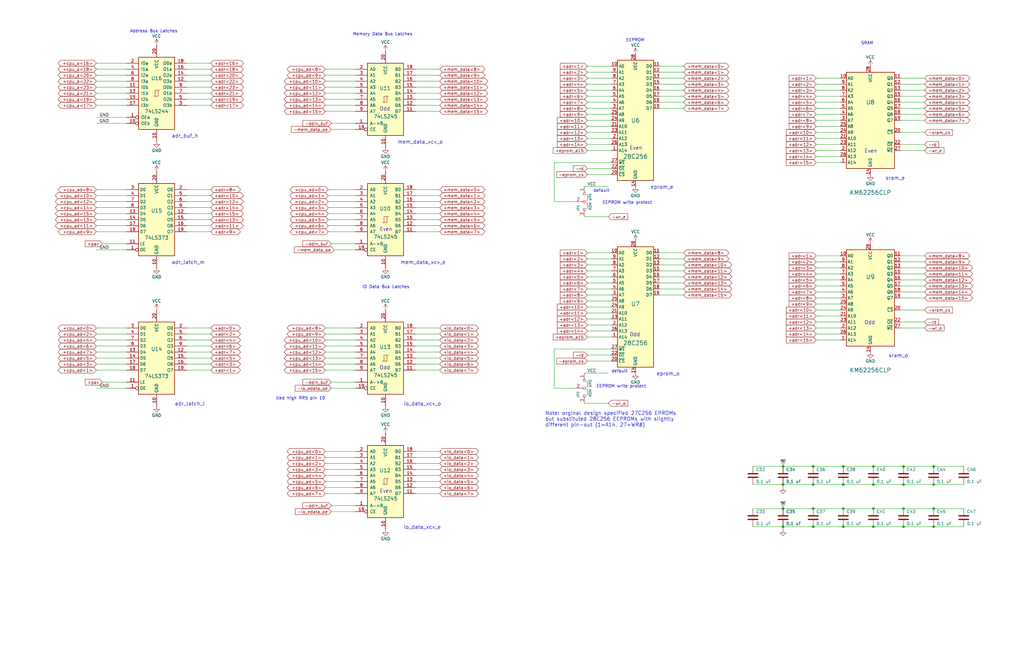
<source format=kicad_sch>
(kicad_sch (version 20211123) (generator eeschema)
  (paper "B")
  (title_block (date "4 feb 2016"))
  (lib_symbols
    (symbol "74xx:74LS244" (pin_names (offset 1.016))
      (property "Reference" "U" (at -7.62 16.51 0))
      (property "Value" "74LS244" (at -7.62 -16.51 0))
      (symbol "74LS244_1_0"
        (pin input inverted (at -12.7 -10.16 0) (length 5.08) (name "OEa") (number "1"))
        (pin power_in line (at 0 -20.32 90) (length 5.08) (name "GND") (number "10"))
        (pin input line (at -12.7 2.54 0) (length 5.08) (name "I0b") (number "11"))
        (pin tri_state line (at 12.7 5.08 180) (length 5.08) (name "O3a") (number "12"))
        (pin input line (at -12.7 0 0) (length 5.08) (name "I1b") (number "13"))
        (pin tri_state line (at 12.7 7.62 180) (length 5.08) (name "O2a") (number "14"))
        (pin input line (at -12.7 -2.54 0) (length 5.08) (name "I2b") (number "15"))
        (pin tri_state line (at 12.7 10.16 180) (length 5.08) (name "O1a") (number "16"))
        (pin input line (at -12.7 -5.08 0) (length 5.08) (name "I3b") (number "17"))
        (pin tri_state line (at 12.7 12.7 180) (length 5.08) (name "O0a") (number "18"))
        (pin input inverted (at -12.7 -12.7 0) (length 5.08) (name "OEb") (number "19"))
        (pin input line (at -12.7 12.7 0) (length 5.08) (name "I0a") (number "2"))
        (pin power_in line (at 0 20.32 270) (length 5.08) (name "VCC") (number "20"))
        (pin tri_state line (at 12.7 -5.08 180) (length 5.08) (name "O3b") (number "3"))
        (pin input line (at -12.7 10.16 0) (length 5.08) (name "I1a") (number "4"))
        (pin tri_state line (at 12.7 -2.54 180) (length 5.08) (name "O2b") (number "5"))
        (pin input line (at -12.7 7.62 0) (length 5.08) (name "I2a") (number "6"))
        (pin tri_state line (at 12.7 0 180) (length 5.08) (name "O1b") (number "7"))
        (pin input line (at -12.7 5.08 0) (length 5.08) (name "I3a") (number "8"))
        (pin tri_state line (at 12.7 2.54 180) (length 5.08) (name "O0b") (number "9"))
      )
    )
    (symbol "74xx:74LS245" (pin_names (offset 1.016))
      (property "Reference" "U" (at -7.62 16.51 0))
      (property "Value" "74LS245" (at -7.62 -16.51 0))
      (symbol "74LS245_1_0"
        (pin input line (at -12.7 -10.16 0) (length 5.08) (name "A->B") (number "1"))
        (pin power_in line (at 0 -20.32 90) (length 5.08) (name "GND") (number "10"))
        (pin tri_state line (at 12.7 -5.08 180) (length 5.08) (name "B7") (number "11"))
        (pin tri_state line (at 12.7 -2.54 180) (length 5.08) (name "B6") (number "12"))
        (pin tri_state line (at 12.7 0 180) (length 5.08) (name "B5") (number "13"))
        (pin tri_state line (at 12.7 2.54 180) (length 5.08) (name "B4") (number "14"))
        (pin tri_state line (at 12.7 5.08 180) (length 5.08) (name "B3") (number "15"))
        (pin tri_state line (at 12.7 7.62 180) (length 5.08) (name "B2") (number "16"))
        (pin tri_state line (at 12.7 10.16 180) (length 5.08) (name "B1") (number "17"))
        (pin tri_state line (at 12.7 12.7 180) (length 5.08) (name "B0") (number "18"))
        (pin input inverted (at -12.7 -12.7 0) (length 5.08) (name "CE") (number "19"))
        (pin tri_state line (at -12.7 12.7 0) (length 5.08) (name "A0") (number "2"))
        (pin power_in line (at 0 20.32 270) (length 5.08) (name "VCC") (number "20"))
        (pin tri_state line (at -12.7 10.16 0) (length 5.08) (name "A1") (number "3"))
        (pin tri_state line (at -12.7 7.62 0) (length 5.08) (name "A2") (number "4"))
        (pin tri_state line (at -12.7 5.08 0) (length 5.08) (name "A3") (number "5"))
        (pin tri_state line (at -12.7 2.54 0) (length 5.08) (name "A4") (number "6"))
        (pin tri_state line (at -12.7 0 0) (length 5.08) (name "A5") (number "7"))
        (pin tri_state line (at -12.7 -2.54 0) (length 5.08) (name "A6") (number "8"))
        (pin tri_state line (at -12.7 -5.08 0) (length 5.08) (name "A7") (number "9"))
      )
    )
    (symbol "74xx:74LS373"
      (property "Reference" "U" (at -7.62 16.51 0))
      (property "Value" "74LS373" (at -7.62 -16.51 0))
      (symbol "74LS373_1_0"
        (pin input inverted (at -12.7 -12.7 0) (length 5.08) (name "OE") (number "1"))
        (pin power_in line (at 0 -20.32 90) (length 5.08) (name "GND") (number "10"))
        (pin input line (at -12.7 -10.16 0) (length 5.08) (name "LE") (number "11"))
        (pin tri_state line (at 12.7 2.54 180) (length 5.08) (name "O4") (number "12"))
        (pin input line (at -12.7 2.54 0) (length 5.08) (name "D4") (number "13"))
        (pin input line (at -12.7 0 0) (length 5.08) (name "D5") (number "14"))
        (pin tri_state line (at 12.7 0 180) (length 5.08) (name "O5") (number "15"))
        (pin tri_state line (at 12.7 -2.54 180) (length 5.08) (name "O6") (number "16"))
        (pin input line (at -12.7 -2.54 0) (length 5.08) (name "D6") (number "17"))
        (pin input line (at -12.7 -5.08 0) (length 5.08) (name "D7") (number "18"))
        (pin tri_state line (at 12.7 -5.08 180) (length 5.08) (name "O7") (number "19"))
        (pin tri_state line (at 12.7 12.7 180) (length 5.08) (name "O0") (number "2"))
        (pin power_in line (at 0 20.32 270) (length 5.08) (name "VCC") (number "20"))
        (pin input line (at -12.7 12.7 0) (length 5.08) (name "D0") (number "3"))
        (pin input line (at -12.7 10.16 0) (length 5.08) (name "D1") (number "4"))
        (pin tri_state line (at 12.7 10.16 180) (length 5.08) (name "O1") (number "5"))
        (pin tri_state line (at 12.7 7.62 180) (length 5.08) (name "O2") (number "6"))
        (pin input line (at -12.7 7.62 0) (length 5.08) (name "D2") (number "7"))
        (pin input line (at -12.7 5.08 0) (length 5.08) (name "D3") (number "8"))
        (pin tri_state line (at 12.7 5.08 180) (length 5.08) (name "O3") (number "9"))
      )
    )
    (symbol "Device:C" (pin_numbers hide) (pin_names (offset 0.254))
      (property "Reference" "C" (at 0.635 2.54 0))
      (property "Value" "C" (at 0.635 -2.54 0))
      (symbol "C_1_1"
        (pin passive line (at 0 3.81 270) (length 2.794) (name "~") (number "1"))
        (pin passive line (at 0 -3.81 90) (length 2.794) (name "~") (number "2"))
      )
    )
    (symbol "Jumper:Jumper_3_Open" (pin_names (offset 0) hide)
      (property "Reference" "JP" (at -2.54 -2.54 0))
      (property "Value" "Jumper_3_Open" (at 0 2.794 0))
      (symbol "Jumper_3_Open_1_1"
        (pin passive line (at -6.35 0 0) (length 2.54) (name "A") (number "1"))
        (pin passive line (at 0 -3.81 90) (length 2.54) (name "C") (number "2"))
        (pin passive line (at 6.35 0 180) (length 2.54) (name "B") (number "3"))
      )
    )
    (symbol "Memory_EEPROM:28C256"
      (property "Reference" "U" (at -7.62 26.67 0))
      (property "Value" "28C256" (at 2.54 -26.67 0))
      (symbol "28C256_1_1"
        (pin input line (at -10.16 -12.7 0) (length 2.54) (name "A14") (number "1"))
        (pin input line (at -10.16 22.86 0) (length 2.54) (name "A0") (number "10"))
        (pin tri_state line (at 10.16 22.86 180) (length 2.54) (name "D0") (number "11"))
        (pin tri_state line (at 10.16 20.32 180) (length 2.54) (name "D1") (number "12"))
        (pin tri_state line (at 10.16 17.78 180) (length 2.54) (name "D2") (number "13"))
        (pin power_in line (at 0 -27.94 90) (length 2.54) (name "GND") (number "14"))
        (pin tri_state line (at 10.16 15.24 180) (length 2.54) (name "D3") (number "15"))
        (pin tri_state line (at 10.16 12.7 180) (length 2.54) (name "D4") (number "16"))
        (pin tri_state line (at 10.16 10.16 180) (length 2.54) (name "D5") (number "17"))
        (pin tri_state line (at 10.16 7.62 180) (length 2.54) (name "D6") (number "18"))
        (pin tri_state line (at 10.16 5.08 180) (length 2.54) (name "D7") (number "19"))
        (pin input line (at -10.16 -7.62 0) (length 2.54) (name "A12") (number "2"))
        (pin input line (at -10.16 -22.86 0) (length 2.54) (name "~{CS}") (number "20"))
        (pin input line (at -10.16 -2.54 0) (length 2.54) (name "A10") (number "21"))
        (pin input line (at -10.16 -20.32 0) (length 2.54) (name "~{OE}") (number "22"))
        (pin input line (at -10.16 -5.08 0) (length 2.54) (name "A11") (number "23"))
        (pin input line (at -10.16 0 0) (length 2.54) (name "A9") (number "24"))
        (pin input line (at -10.16 2.54 0) (length 2.54) (name "A8") (number "25"))
        (pin input line (at -10.16 -10.16 0) (length 2.54) (name "A13") (number "26"))
        (pin input line (at -10.16 -17.78 0) (length 2.54) (name "~{WE}") (number "27"))
        (pin power_in line (at 0 27.94 270) (length 2.54) (name "VCC") (number "28"))
        (pin input line (at -10.16 5.08 0) (length 2.54) (name "A7") (number "3"))
        (pin input line (at -10.16 7.62 0) (length 2.54) (name "A6") (number "4"))
        (pin input line (at -10.16 10.16 0) (length 2.54) (name "A5") (number "5"))
        (pin input line (at -10.16 12.7 0) (length 2.54) (name "A4") (number "6"))
        (pin input line (at -10.16 15.24 0) (length 2.54) (name "A3") (number "7"))
        (pin input line (at -10.16 17.78 0) (length 2.54) (name "A2") (number "8"))
        (pin input line (at -10.16 20.32 0) (length 2.54) (name "A1") (number "9"))
      )
    )
    (symbol "Memory_RAM:KM62256CLP"
      (property "Reference" "U" (at -10.16 20.955 0))
      (property "Value" "KM62256CLP" (at 2.54 20.955 0))
      (symbol "KM62256CLP_0_0"
        (pin power_in line (at 0 -22.86 90) (length 2.54) (name "GND") (number "14"))
        (pin power_in line (at 0 22.86 270) (length 2.54) (name "VCC") (number "28"))
      )
      (symbol "KM62256CLP_1_1"
        (pin input line (at -12.7 -17.78 0) (length 2.54) (name "A14") (number "1"))
        (pin input line (at -12.7 17.78 0) (length 2.54) (name "A0") (number "10"))
        (pin tri_state line (at 12.7 17.78 180) (length 2.54) (name "Q0") (number "11"))
        (pin tri_state line (at 12.7 15.24 180) (length 2.54) (name "Q1") (number "12"))
        (pin tri_state line (at 12.7 12.7 180) (length 2.54) (name "Q2") (number "13"))
        (pin tri_state line (at 12.7 10.16 180) (length 2.54) (name "Q3") (number "15"))
        (pin tri_state line (at 12.7 7.62 180) (length 2.54) (name "Q4") (number "16"))
        (pin tri_state line (at 12.7 5.08 180) (length 2.54) (name "Q5") (number "17"))
        (pin tri_state line (at 12.7 2.54 180) (length 2.54) (name "Q6") (number "18"))
        (pin tri_state line (at 12.7 0 180) (length 2.54) (name "Q7") (number "19"))
        (pin input line (at -12.7 -12.7 0) (length 2.54) (name "A12") (number "2"))
        (pin input line (at 12.7 -5.08 180) (length 2.54) (name "~{CS}") (number "20"))
        (pin input line (at -12.7 -7.62 0) (length 2.54) (name "A10") (number "21"))
        (pin input line (at 12.7 -10.16 180) (length 2.54) (name "~{OE}") (number "22"))
        (pin input line (at -12.7 -10.16 0) (length 2.54) (name "A11") (number "23"))
        (pin input line (at -12.7 -5.08 0) (length 2.54) (name "A9") (number "24"))
        (pin input line (at -12.7 -2.54 0) (length 2.54) (name "A8") (number "25"))
        (pin input line (at -12.7 -15.24 0) (length 2.54) (name "A13") (number "26"))
        (pin input line (at 12.7 -12.7 180) (length 2.54) (name "~{WE}") (number "27"))
        (pin input line (at -12.7 0 0) (length 2.54) (name "A7") (number "3"))
        (pin input line (at -12.7 2.54 0) (length 2.54) (name "A6") (number "4"))
        (pin input line (at -12.7 5.08 0) (length 2.54) (name "A5") (number "5"))
        (pin input line (at -12.7 7.62 0) (length 2.54) (name "A4") (number "6"))
        (pin input line (at -12.7 10.16 0) (length 2.54) (name "A3") (number "7"))
        (pin input line (at -12.7 12.7 0) (length 2.54) (name "A2") (number "8"))
        (pin input line (at -12.7 15.24 0) (length 2.54) (name "A1") (number "9"))
      )
    )
    (symbol "power:GND" (power) (pin_names (offset 0))
      (property "Value" "GND" (at 0 -3.81 0))
      (symbol "GND_1_1"
        (pin power_in line (at 0 0 270) (length 0) hide (name "GND") (number "1"))
      )
    )
    (symbol "power:VCC" (power) (pin_names (offset 0))
      (property "Value" "VCC" (at 0 3.81 0))
      (symbol "VCC_1_1"
        (pin power_in line (at 0 0 90) (length 0) hide (name "VCC") (number "1"))
      )
    )
  )
  (junction (at 393.7 214.63))
  (junction (at 342.9 204.47))
  (junction (at 355.6 222.25))
  (junction (at 393.7 222.25))
  (junction (at 330.2 204.47))
  (junction (at 381 204.47))
  (junction (at 368.3 196.85))
  (junction (at 393.7 204.47))
  (junction (at 355.6 204.47))
  (junction (at 342.9 222.25))
  (junction (at 381 214.63))
  (junction (at 330.2 222.25))
  (junction (at 330.2 196.85))
  (junction (at 381 222.25))
  (junction (at 355.6 214.63))
  (junction (at 381 196.85))
  (junction (at 368.3 214.63))
  (junction (at 368.3 204.47))
  (junction (at 355.6 196.85))
  (junction (at 342.9 196.85))
  (junction (at 393.7 196.85))
  (junction (at 330.2 214.63))
  (junction (at 342.9 214.63))
  (junction (at 368.3 222.25))
  (wire (pts (xy 381 222.25) (xy 393.7 222.25)))
  (wire (pts (xy 149.86 39.37) (xy 137.16 39.37)))
  (wire (pts (xy 379.73 130.81) (xy 389.89 130.81)))
  (wire (pts (xy 379.73 135.89) (xy 389.89 135.89)))
  (wire (pts (xy 354.33 43.18) (xy 344.17 43.18)))
  (wire (pts (xy 149.86 200.66) (xy 137.16 200.66)))
  (wire (pts (xy 330.2 196.85) (xy 342.9 196.85)))
  (wire (pts (xy 53.34 26.67) (xy 40.64 26.67)))
  (wire (pts (xy 257.81 129.54) (xy 247.65 129.54)))
  (wire (pts (xy 233.68 85.09) (xy 233.68 68.58)))
  (wire (pts (xy 257.81 58.42) (xy 247.65 58.42)))
  (wire (pts (xy 368.3 222.25) (xy 381 222.25)))
  (wire (pts (xy 175.26 208.28) (xy 185.42 208.28)))
  (wire (pts (xy 379.73 40.64) (xy 389.89 40.64)))
  (wire (pts (xy 78.74 92.71) (xy 88.9 92.71)))
  (wire (pts (xy 317.5 214.63) (xy 330.2 214.63)))
  (wire (pts (xy 354.33 110.49) (xy 344.17 110.49)))
  (wire (pts (xy 393.7 196.85) (xy 406.4 196.85)))
  (wire (pts (xy 53.34 105.41) (xy 40.64 105.41)))
  (wire (pts (xy 78.74 31.75) (xy 88.9 31.75)))
  (wire (pts (xy 342.9 214.63) (xy 355.6 214.63)))
  (wire (pts (xy 278.13 119.38) (xy 288.29 119.38)))
  (wire (pts (xy 149.86 203.2) (xy 137.16 203.2)))
  (wire (pts (xy 330.2 205.74) (xy 330.2 204.47)))
  (wire (pts (xy 53.34 34.29) (xy 40.64 34.29)))
  (wire (pts (xy 257.81 55.88) (xy 247.65 55.88)))
  (wire (pts (xy 354.33 133.35) (xy 344.17 133.35)))
  (wire (pts (xy 149.86 140.97) (xy 137.16 140.97)))
  (wire (pts (xy 78.74 82.55) (xy 88.9 82.55)))
  (wire (pts (xy 78.74 90.17) (xy 88.9 90.17)))
  (wire (pts (xy 53.34 44.45) (xy 40.64 44.45)))
  (wire (pts (xy 78.74 80.01) (xy 88.9 80.01)))
  (wire (pts (xy 368.3 196.85) (xy 381 196.85)))
  (wire (pts (xy 246.38 78.74) (xy 256.54 78.74)))
  (wire (pts (xy 149.86 29.21) (xy 137.16 29.21)))
  (wire (pts (xy 354.33 63.5) (xy 344.17 63.5)))
  (wire (pts (xy 78.74 95.25) (xy 88.9 95.25)))
  (wire (pts (xy 78.74 146.05) (xy 88.9 146.05)))
  (wire (pts (xy 257.81 53.34) (xy 247.65 53.34)))
  (wire (pts (xy 233.68 147.32) (xy 257.81 147.32)))
  (wire (pts (xy 233.68 163.83) (xy 233.68 147.32)))
  (wire (pts (xy 53.34 36.83) (xy 40.64 36.83)))
  (wire (pts (xy 257.81 139.7) (xy 247.65 139.7)))
  (wire (pts (xy 175.26 34.29) (xy 185.42 34.29)))
  (wire (pts (xy 355.6 222.25) (xy 368.3 222.25)))
  (wire (pts (xy 379.73 123.19) (xy 389.89 123.19)))
  (wire (pts (xy 257.81 43.18) (xy 247.65 43.18)))
  (wire (pts (xy 149.86 156.21) (xy 137.16 156.21)))
  (wire (pts (xy 175.26 138.43) (xy 185.42 138.43)))
  (wire (pts (xy 53.34 97.79) (xy 40.64 97.79)))
  (wire (pts (xy 78.74 85.09) (xy 88.9 85.09)))
  (wire (pts (xy 278.13 30.48) (xy 288.29 30.48)))
  (wire (pts (xy 354.33 115.57) (xy 344.17 115.57)))
  (wire (pts (xy 379.73 118.11) (xy 389.89 118.11)))
  (wire (pts (xy 381 196.85) (xy 393.7 196.85)))
  (wire (pts (xy 175.26 148.59) (xy 185.42 148.59)))
  (wire (pts (xy 246.38 157.48) (xy 256.54 157.48)))
  (wire (pts (xy 140.97 105.41) (xy 149.86 105.41)))
  (wire (pts (xy 175.26 90.17) (xy 185.42 90.17)))
  (wire (pts (xy 257.81 152.4) (xy 247.65 152.4)))
  (wire (pts (xy 342.9 204.47) (xy 355.6 204.47)))
  (wire (pts (xy 257.81 45.72) (xy 247.65 45.72)))
  (wire (pts (xy 138.43 80.01) (xy 149.86 80.01)))
  (wire (pts (xy 354.33 135.89) (xy 344.17 135.89)))
  (wire (pts (xy 175.26 200.66) (xy 185.42 200.66)))
  (wire (pts (xy 278.13 33.02) (xy 288.29 33.02)))
  (wire (pts (xy 175.26 80.01) (xy 185.42 80.01)))
  (wire (pts (xy 149.86 213.36) (xy 139.7 213.36)))
  (wire (pts (xy 149.86 143.51) (xy 137.16 143.51)))
  (wire (pts (xy 53.34 138.43) (xy 40.64 138.43)))
  (wire (pts (xy 379.73 55.88) (xy 389.89 55.88)))
  (wire (pts (xy 379.73 138.43) (xy 389.89 138.43)))
  (wire (pts (xy 53.34 80.01) (xy 40.64 80.01)))
  (wire (pts (xy 53.34 49.53) (xy 40.64 49.53)))
  (wire (pts (xy 138.43 97.79) (xy 149.86 97.79)))
  (wire (pts (xy 138.43 82.55) (xy 149.86 82.55)))
  (wire (pts (xy 257.81 106.68) (xy 247.65 106.68)))
  (wire (pts (xy 53.34 148.59) (xy 40.64 148.59)))
  (wire (pts (xy 53.34 161.29) (xy 43.18 161.29)))
  (wire (pts (xy 354.33 68.58) (xy 344.17 68.58)))
  (wire (pts (xy 53.34 92.71) (xy 40.64 92.71)))
  (wire (pts (xy 149.86 44.45) (xy 137.16 44.45)))
  (wire (pts (xy 379.73 38.1) (xy 389.89 38.1)))
  (wire (pts (xy 257.81 114.3) (xy 247.65 114.3)))
  (wire (pts (xy 53.34 95.25) (xy 40.64 95.25)))
  (wire (pts (xy 278.13 111.76) (xy 288.29 111.76)))
  (wire (pts (xy 368.3 204.47) (xy 381 204.47)))
  (wire (pts (xy 317.5 222.25) (xy 330.2 222.25)))
  (wire (pts (xy 53.34 146.05) (xy 40.64 146.05)))
  (wire (pts (xy 317.5 196.85) (xy 330.2 196.85)))
  (wire (pts (xy 53.34 102.87) (xy 43.18 102.87)))
  (wire (pts (xy 149.86 195.58) (xy 137.16 195.58)))
  (wire (pts (xy 257.81 60.96) (xy 247.65 60.96)))
  (wire (pts (xy 78.74 36.83) (xy 88.9 36.83)))
  (wire (pts (xy 175.26 31.75) (xy 185.42 31.75)))
  (wire (pts (xy 53.34 41.91) (xy 40.64 41.91)))
  (wire (pts (xy 354.33 66.04) (xy 344.17 66.04)))
  (wire (pts (xy 53.34 85.09) (xy 40.64 85.09)))
  (wire (pts (xy 355.6 204.47) (xy 368.3 204.47)))
  (wire (pts (xy 233.68 68.58) (xy 257.81 68.58)))
  (wire (pts (xy 379.73 115.57) (xy 389.89 115.57)))
  (wire (pts (xy 257.81 142.24) (xy 247.65 142.24)))
  (wire (pts (xy 175.26 193.04) (xy 185.42 193.04)))
  (wire (pts (xy 138.43 85.09) (xy 149.86 85.09)))
  (wire (pts (xy 149.86 190.5) (xy 137.16 190.5)))
  (wire (pts (xy 257.81 109.22) (xy 247.65 109.22)))
  (wire (pts (xy 175.26 195.58) (xy 185.42 195.58)))
  (wire (pts (xy 379.73 43.18) (xy 389.89 43.18)))
  (wire (pts (xy 175.26 82.55) (xy 185.42 82.55)))
  (wire (pts (xy 379.73 120.65) (xy 389.89 120.65)))
  (wire (pts (xy 342.9 196.85) (xy 355.6 196.85)))
  (wire (pts (xy 379.73 48.26) (xy 389.89 48.26)))
  (wire (pts (xy 175.26 153.67) (xy 185.42 153.67)))
  (wire (pts (xy 149.86 153.67) (xy 137.16 153.67)))
  (wire (pts (xy 78.74 41.91) (xy 88.9 41.91)))
  (wire (pts (xy 257.81 149.86) (xy 247.65 149.86)))
  (wire (pts (xy 330.2 222.25) (xy 342.9 222.25)))
  (wire (pts (xy 175.26 39.37) (xy 185.42 39.37)))
  (wire (pts (xy 330.2 214.63) (xy 342.9 214.63)))
  (wire (pts (xy 78.74 97.79) (xy 88.9 97.79)))
  (wire (pts (xy 138.43 87.63) (xy 149.86 87.63)))
  (wire (pts (xy 354.33 130.81) (xy 344.17 130.81)))
  (wire (pts (xy 379.73 35.56) (xy 389.89 35.56)))
  (wire (pts (xy 138.43 90.17) (xy 149.86 90.17)))
  (wire (pts (xy 78.74 140.97) (xy 88.9 140.97)))
  (wire (pts (xy 379.73 63.5) (xy 389.89 63.5)))
  (wire (pts (xy 368.3 214.63) (xy 381 214.63)))
  (wire (pts (xy 257.81 63.5) (xy 247.65 63.5)))
  (wire (pts (xy 175.26 146.05) (xy 185.42 146.05)))
  (wire (pts (xy 78.74 29.21) (xy 88.9 29.21)))
  (wire (pts (xy 175.26 97.79) (xy 185.42 97.79)))
  (wire (pts (xy 233.68 163.83) (xy 242.57 163.83)))
  (wire (pts (xy 379.73 50.8) (xy 389.89 50.8)))
  (wire (pts (xy 257.81 27.94) (xy 247.65 27.94)))
  (wire (pts (xy 53.34 31.75) (xy 40.64 31.75)))
  (wire (pts (xy 149.86 161.29) (xy 139.7 161.29)))
  (wire (pts (xy 278.13 121.92) (xy 288.29 121.92)))
  (wire (pts (xy 78.74 39.37) (xy 88.9 39.37)))
  (wire (pts (xy 354.33 53.34) (xy 344.17 53.34)))
  (wire (pts (xy 278.13 45.72) (xy 288.29 45.72)))
  (wire (pts (xy 278.13 27.94) (xy 288.29 27.94)))
  (wire (pts (xy 257.81 134.62) (xy 247.65 134.62)))
  (wire (pts (xy 257.81 119.38) (xy 247.65 119.38)))
  (wire (pts (xy 149.86 31.75) (xy 137.16 31.75)))
  (wire (pts (xy 175.26 190.5) (xy 185.42 190.5)))
  (wire (pts (xy 53.34 87.63) (xy 40.64 87.63)))
  (wire (pts (xy 354.33 143.51) (xy 344.17 143.51)))
  (wire (pts (xy 78.74 153.67) (xy 88.9 153.67)))
  (wire (pts (xy 78.74 26.67) (xy 88.9 26.67)))
  (wire (pts (xy 149.86 34.29) (xy 137.16 34.29)))
  (wire (pts (xy 317.5 204.47) (xy 330.2 204.47)))
  (wire (pts (xy 278.13 43.18) (xy 288.29 43.18)))
  (wire (pts (xy 149.86 52.07) (xy 139.7 52.07)))
  (wire (pts (xy 354.33 55.88) (xy 344.17 55.88)))
  (wire (pts (xy 381 204.47) (xy 393.7 204.47)))
  (wire (pts (xy 149.86 198.12) (xy 137.16 198.12)))
  (wire (pts (xy 78.74 143.51) (xy 88.9 143.51)))
  (wire (pts (xy 354.33 58.42) (xy 344.17 58.42)))
  (wire (pts (xy 354.33 38.1) (xy 344.17 38.1)))
  (wire (pts (xy 53.34 151.13) (xy 40.64 151.13)))
  (wire (pts (xy 175.26 143.51) (xy 185.42 143.51)))
  (wire (pts (xy 138.43 95.25) (xy 149.86 95.25)))
  (wire (pts (xy 53.34 153.67) (xy 40.64 153.67)))
  (wire (pts (xy 257.81 124.46) (xy 247.65 124.46)))
  (wire (pts (xy 53.34 90.17) (xy 40.64 90.17)))
  (wire (pts (xy 278.13 106.68) (xy 288.29 106.68)))
  (wire (pts (xy 379.73 33.02) (xy 389.89 33.02)))
  (wire (pts (xy 149.86 146.05) (xy 137.16 146.05)))
  (wire (pts (xy 175.26 92.71) (xy 185.42 92.71)))
  (wire (pts (xy 149.86 41.91) (xy 137.16 41.91)))
  (wire (pts (xy 379.73 125.73) (xy 389.89 125.73)))
  (wire (pts (xy 149.86 163.83) (xy 139.7 163.83)))
  (wire (pts (xy 175.26 198.12) (xy 185.42 198.12)))
  (wire (pts (xy 257.81 48.26) (xy 247.65 48.26)))
  (wire (pts (xy 149.86 151.13) (xy 137.16 151.13)))
  (wire (pts (xy 379.73 45.72) (xy 389.89 45.72)))
  (wire (pts (xy 175.26 29.21) (xy 185.42 29.21)))
  (wire (pts (xy 354.33 125.73) (xy 344.17 125.73)))
  (wire (pts (xy 355.6 214.63) (xy 368.3 214.63)))
  (wire (pts (xy 78.74 44.45) (xy 88.9 44.45)))
  (wire (pts (xy 278.13 109.22) (xy 288.29 109.22)))
  (wire (pts (xy 257.81 50.8) (xy 247.65 50.8)))
  (wire (pts (xy 355.6 196.85) (xy 368.3 196.85)))
  (wire (pts (xy 354.33 35.56) (xy 344.17 35.56)))
  (wire (pts (xy 393.7 222.25) (xy 406.4 222.25)))
  (wire (pts (xy 278.13 116.84) (xy 288.29 116.84)))
  (wire (pts (xy 149.86 208.28) (xy 137.16 208.28)))
  (wire (pts (xy 175.26 151.13) (xy 185.42 151.13)))
  (wire (pts (xy 78.74 87.63) (xy 88.9 87.63)))
  (wire (pts (xy 278.13 35.56) (xy 288.29 35.56)))
  (wire (pts (xy 149.86 205.74) (xy 137.16 205.74)))
  (wire (pts (xy 53.34 39.37) (xy 40.64 39.37)))
  (wire (pts (xy 278.13 114.3) (xy 288.29 114.3)))
  (wire (pts (xy 257.81 132.08) (xy 247.65 132.08)))
  (wire (pts (xy 278.13 124.46) (xy 288.29 124.46)))
  (wire (pts (xy 149.86 46.99) (xy 137.16 46.99)))
  (wire (pts (xy 354.33 40.64) (xy 344.17 40.64)))
  (wire (pts (xy 53.34 140.97) (xy 40.64 140.97)))
  (wire (pts (xy 354.33 113.03) (xy 344.17 113.03)))
  (wire (pts (xy 175.26 87.63) (xy 185.42 87.63)))
  (wire (pts (xy 354.33 140.97) (xy 344.17 140.97)))
  (wire (pts (xy 354.33 45.72) (xy 344.17 45.72)))
  (wire (pts (xy 78.74 34.29) (xy 88.9 34.29)))
  (wire (pts (xy 257.81 33.02) (xy 247.65 33.02)))
  (wire (pts (xy 175.26 95.25) (xy 185.42 95.25)))
  (wire (pts (xy 175.26 46.99) (xy 185.42 46.99)))
  (wire (pts (xy 78.74 156.21) (xy 88.9 156.21)))
  (wire (pts (xy 257.81 116.84) (xy 247.65 116.84)))
  (wire (pts (xy 78.74 148.59) (xy 88.9 148.59)))
  (wire (pts (xy 175.26 44.45) (xy 185.42 44.45)))
  (wire (pts (xy 330.2 223.52) (xy 330.2 222.25)))
  (wire (pts (xy 257.81 73.66) (xy 247.65 73.66)))
  (wire (pts (xy 257.81 71.12) (xy 247.65 71.12)))
  (wire (pts (xy 342.9 222.25) (xy 355.6 222.25)))
  (wire (pts (xy 149.86 36.83) (xy 137.16 36.83)))
  (wire (pts (xy 257.81 121.92) (xy 247.65 121.92)))
  (wire (pts (xy 278.13 38.1) (xy 288.29 38.1)))
  (wire (pts (xy 393.7 204.47) (xy 406.4 204.47)))
  (wire (pts (xy 257.81 30.48) (xy 247.65 30.48)))
  (wire (pts (xy 257.81 137.16) (xy 247.65 137.16)))
  (wire (pts (xy 354.33 48.26) (xy 344.17 48.26)))
  (wire (pts (xy 354.33 123.19) (xy 344.17 123.19)))
  (wire (pts (xy 175.26 36.83) (xy 185.42 36.83)))
  (wire (pts (xy 53.34 143.51) (xy 40.64 143.51)))
  (wire (pts (xy 53.34 52.07) (xy 40.64 52.07)))
  (wire (pts (xy 381 214.63) (xy 393.7 214.63)))
  (wire (pts (xy 78.74 138.43) (xy 88.9 138.43)))
  (wire (pts (xy 246.38 170.18) (xy 256.54 170.18)))
  (wire (pts (xy 53.34 163.83) (xy 40.64 163.83)))
  (wire (pts (xy 330.2 204.47) (xy 342.9 204.47)))
  (wire (pts (xy 53.34 82.55) (xy 40.64 82.55)))
  (wire (pts (xy 393.7 214.63) (xy 406.4 214.63)))
  (wire (pts (xy 354.33 33.02) (xy 344.17 33.02)))
  (wire (pts (xy 53.34 29.21) (xy 40.64 29.21)))
  (wire (pts (xy 175.26 85.09) (xy 185.42 85.09)))
  (wire (pts (xy 379.73 107.95) (xy 389.89 107.95)))
  (wire (pts (xy 379.73 60.96) (xy 389.89 60.96)))
  (wire (pts (xy 175.26 156.21) (xy 185.42 156.21)))
  (wire (pts (xy 354.33 128.27) (xy 344.17 128.27)))
  (wire (pts (xy 175.26 205.74) (xy 185.42 205.74)))
  (wire (pts (xy 257.81 127) (xy 247.65 127)))
  (wire (pts (xy 149.86 193.04) (xy 137.16 193.04)))
  (wire (pts (xy 354.33 50.8) (xy 344.17 50.8)))
  (wire (pts (xy 78.74 151.13) (xy 88.9 151.13)))
  (wire (pts (xy 149.86 138.43) (xy 137.16 138.43)))
  (wire (pts (xy 257.81 35.56) (xy 247.65 35.56)))
  (wire (pts (xy 257.81 111.76) (xy 247.65 111.76)))
  (wire (pts (xy 379.73 113.03) (xy 389.89 113.03)))
  (wire (pts (xy 278.13 40.64) (xy 288.29 40.64)))
  (wire (pts (xy 354.33 138.43) (xy 344.17 138.43)))
  (wire (pts (xy 257.81 40.64) (xy 247.65 40.64)))
  (wire (pts (xy 175.26 203.2) (xy 185.42 203.2)))
  (wire (pts (xy 257.81 38.1) (xy 247.65 38.1)))
  (wire (pts (xy 149.86 102.87) (xy 139.7 102.87)))
  (wire (pts (xy 149.86 54.61) (xy 139.7 54.61)))
  (wire (pts (xy 53.34 156.21) (xy 40.64 156.21)))
  (wire (pts (xy 379.73 110.49) (xy 389.89 110.49)))
  (wire (pts (xy 175.26 41.91) (xy 185.42 41.91)))
  (wire (pts (xy 354.33 107.95) (xy 344.17 107.95)))
  (wire (pts (xy 242.57 85.09) (xy 233.68 85.09)))
  (wire (pts (xy 354.33 60.96) (xy 344.17 60.96)))
  (wire (pts (xy 138.43 92.71) (xy 149.86 92.71)))
  (wire (pts (xy 149.86 215.9) (xy 139.7 215.9)))
  (wire (pts (xy 175.26 140.97) (xy 185.42 140.97)))
  (wire (pts (xy 354.33 120.65) (xy 344.17 120.65)))
  (wire (pts (xy 149.86 148.59) (xy 137.16 148.59)))
  (wire (pts (xy 246.38 91.44) (xy 256.54 91.44)))
  (wire (pts (xy 354.33 118.11) (xy 344.17 118.11)))
  (text "Odd" (at 160.02 46.99 0) (effects (font (size 1.524 1.524)) (justify left bottom)))
  (text "eprom_o" (at 276.86 158.75 0) (effects (font (size 1.524 1.524)) (justify left bottom)))
  (text "Address Bus Latches" (at 74.93 13.97 180) (effects (font (size 1.27 1.27)) (justify right bottom)))
  (text "EEPROM write protect" (at 254 86.36 0) (effects (font (size 1.27 1.27)) (justify left bottom)))
  (text "adr_latch_m" (at 72.39 111.76 0) (effects (font (size 1.524 1.524)) (justify left bottom)))
  (text "EEPROM write protect" (at 251.46 163.83 0) (effects (font (size 1.27 1.27)) (justify left bottom)))
  (text "EEPROM" (at 271.78 17.78 180) (effects (font (size 1.27 1.27)) (justify right bottom)))
  (text "sram_e" (at 373.38 76.2 0) (effects (font (size 1.524 1.524)) (justify left bottom)))
  (text "tied high RR5 pin 10" (at 137.16 168.91 180) (effects (font (size 1.27 1.27)) (justify right bottom)))
  (text "Even" (at 364.49 64.77 0) (effects (font (size 1.524 1.524)) (justify left bottom)))
  (text "adr_latch_l" (at 73.66 171.45 0) (effects (font (size 1.524 1.524)) (justify left bottom)))
  (text "SRAM" (at 368.3 19.05 180) (effects (font (size 1.27 1.27)) (justify right bottom)))
  (text "Even" (at 265.43 63.5 0) (effects (font (size 1.524 1.524)) (justify left bottom)))
  (text "Odd" (at 160.02 156.21 0) (effects (font (size 1.524 1.524)) (justify left bottom)))
  (text "IO Data Bus Latches" (at 172.72 121.92 180) (effects (font (size 1.27 1.27)) (justify right bottom)))
  (text "Even" (at 160.02 208.28 0) (effects (font (size 1.524 1.524)) (justify left bottom)))
  (text "Odd" (at 265.43 142.24 0) (effects (font (size 1.524 1.524)) (justify left bottom)))
  (text "Memory Data Bus Latches" (at 173.99 15.24 180) (effects (font (size 1.27 1.27)) (justify right bottom)))
  (text "default" (at 250.19 81.28 0) (effects (font (size 1.27 1.27)) (justify left bottom)))
  (text "Even" (at 160.02 97.79 0) (effects (font (size 1.524 1.524)) (justify left bottom)))
  (text "io_data_xcv_e" (at 170.18 223.52 0) (effects (font (size 1.524 1.524)) (justify left bottom)))
  (text "default" (at 257.81 157.48 0) (effects (font (size 1.27 1.27)) (justify left bottom)))
  (text "mem_data_xcv_o" (at 167.64 60.96 0) (effects (font (size 1.524 1.524)) (justify left bottom)))
  (text "mem_data_xcv_e" (at 168.91 111.76 0) (effects (font (size 1.524 1.524)) (justify left bottom)))
  (text "Note: orginal design specified 27C256 EPROMs \nbut substituted 28C256 EEPROMs with slightly \ndifferent pin-out (1=A14, 27=WR#)" (at 229.87 180.34 0) (effects (font (size 1.524 1.524)) (justify left bottom)))
  (text "Odd" (at 364.49 137.16 0) (effects (font (size 1.524 1.524)) (justify left bottom)))
  (text "eprom_e" (at 274.32 80.01 0) (effects (font (size 1.524 1.524)) (justify left bottom)))
  (text "sram_o" (at 374.65 151.13 0) (effects (font (size 1.524 1.524)) (justify left bottom)))
  (text "io_data_xcv_o" (at 170.18 171.45 0) (effects (font (size 1.524 1.524)) (justify left bottom)))
  (text "adr_buf_h" (at 72.39 58.42 0) (effects (font (size 1.524 1.524)) (justify left bottom)))
  (label "VCC" (at 247.65 157.48 0))
  (label "GND" (at 41.91 163.83 0))
  (label "VCC" (at 247.65 78.74 0))
  (label "GND" (at 41.91 52.07 0))
  (label "GND" (at 41.91 105.41 0))
  (label "GND" (at 41.91 49.53 0))
  (global_label "+mem_data<7>" (shape bidirectional) (at 389.89 50.8 0) (property "Intersheet References" "${INTERSHEET_REFS}" (effects hide)))
  (global_label "-wr_e" (shape input) (at 389.89 63.5 0) (property "Intersheet References" "${INTERSHEET_REFS}" (effects hide)))
  (global_label "+adr<14>" (shape input) (at 344.17 140.97 180) (property "Intersheet References" "${INTERSHEET_REFS}" (effects hide)))
  (global_label "+cpu_ad<6>" (shape bidirectional) (at 40.64 146.05 180) (property "Intersheet References" "${INTERSHEET_REFS}" (effects hide)))
  (global_label "+adr<13>" (shape input) (at 247.65 58.42 180) (property "Intersheet References" "${INTERSHEET_REFS}" (effects hide)))
  (global_label "+io_data<2>" (shape bidirectional) (at 185.42 195.58 0) (property "Intersheet References" "${INTERSHEET_REFS}" (effects hide)))
  (global_label "+mem_data<10>" (shape bidirectional) (at 288.29 111.76 0) (property "Intersheet References" "${INTERSHEET_REFS}" (effects hide)))
  (global_label "+mem_data<13>" (shape bidirectional) (at 389.89 120.65 0) (property "Intersheet References" "${INTERSHEET_REFS}" (effects hide)))
  (global_label "+adr<4>" (shape input) (at 247.65 114.3 180) (property "Intersheet References" "${INTERSHEET_REFS}" (effects hide)))
  (global_label "+cpu_a<23>" (shape bidirectional) (at 40.64 36.83 180) (property "Intersheet References" "${INTERSHEET_REFS}" (effects hide)))
  (global_label "+mem_data<3>" (shape bidirectional) (at 185.42 87.63 0) (property "Intersheet References" "${INTERSHEET_REFS}" (effects hide)))
  (global_label "+mem_data<11>" (shape bidirectional) (at 185.42 36.83 0) (property "Intersheet References" "${INTERSHEET_REFS}" (effects hide)))
  (global_label "+cpu_a<22>" (shape bidirectional) (at 40.64 34.29 180) (property "Intersheet References" "${INTERSHEET_REFS}" (effects hide)))
  (global_label "+cpu_a<20>" (shape bidirectional) (at 40.64 31.75 180) (property "Intersheet References" "${INTERSHEET_REFS}" (effects hide)))
  (global_label "-rd" (shape input) (at 389.89 135.89 0) (property "Intersheet References" "${INTERSHEET_REFS}" (effects hide)))
  (global_label "-wr_e" (shape input) (at 256.54 91.44 0) (property "Intersheet References" "${INTERSHEET_REFS}" (effects hide)))
  (global_label "+cpu_ad<10>" (shape bidirectional) (at 40.64 82.55 180) (property "Intersheet References" "${INTERSHEET_REFS}" (effects hide)))
  (global_label "+adr<7>" (shape bidirectional) (at 88.9 148.59 0) (property "Intersheet References" "${INTERSHEET_REFS}" (effects hide)))
  (global_label "+cpu_ad<3>" (shape bidirectional) (at 138.43 87.63 180) (property "Intersheet References" "${INTERSHEET_REFS}" (effects hide)))
  (global_label "+adr<3>" (shape input) (at 247.65 111.76 180) (property "Intersheet References" "${INTERSHEET_REFS}" (effects hide)))
  (global_label "+adr<7>" (shape input) (at 247.65 121.92 180) (property "Intersheet References" "${INTERSHEET_REFS}" (effects hide)))
  (global_label "+adr<15>" (shape bidirectional) (at 88.9 90.17 0) (property "Intersheet References" "${INTERSHEET_REFS}" (effects hide)))
  (global_label "+mem_data<4>" (shape bidirectional) (at 185.42 90.17 0) (property "Intersheet References" "${INTERSHEET_REFS}" (effects hide)))
  (global_label "+adr<12>" (shape bidirectional) (at 88.9 85.09 0) (property "Intersheet References" "${INTERSHEET_REFS}" (effects hide)))
  (global_label "+adr<1>" (shape bidirectional) (at 88.9 156.21 0) (property "Intersheet References" "${INTERSHEET_REFS}" (effects hide)))
  (global_label "+mem_data<9>" (shape bidirectional) (at 185.42 31.75 0) (property "Intersheet References" "${INTERSHEET_REFS}" (effects hide)))
  (global_label "+io_data<5>" (shape bidirectional) (at 185.42 203.2 0) (property "Intersheet References" "${INTERSHEET_REFS}" (effects hide)))
  (global_label "+adr<2>" (shape input) (at 247.65 109.22 180) (property "Intersheet References" "${INTERSHEET_REFS}" (effects hide)))
  (global_label "+adr<9>" (shape input) (at 247.65 48.26 180) (property "Intersheet References" "${INTERSHEET_REFS}" (effects hide)))
  (global_label "+cpu_ad<12>" (shape bidirectional) (at 137.16 148.59 180) (property "Intersheet References" "${INTERSHEET_REFS}" (effects hide)))
  (global_label "+cpu_a<16>" (shape bidirectional) (at 40.64 26.67 180) (property "Intersheet References" "${INTERSHEET_REFS}" (effects hide)))
  (global_label "+cpu_ad<10>" (shape bidirectional) (at 137.16 34.29 180) (property "Intersheet References" "${INTERSHEET_REFS}" (effects hide)))
  (global_label "+cpu_ad<0>" (shape bidirectional) (at 40.64 138.43 180) (property "Intersheet References" "${INTERSHEET_REFS}" (effects hide)))
  (global_label "+mem_data<14>" (shape bidirectional) (at 288.29 121.92 0) (property "Intersheet References" "${INTERSHEET_REFS}" (effects hide)))
  (global_label "+cpu_ad<13>" (shape bidirectional) (at 40.64 92.71 180) (property "Intersheet References" "${INTERSHEET_REFS}" (effects hide)))
  (global_label "+adr<13>" (shape input) (at 247.65 137.16 180) (property "Intersheet References" "${INTERSHEET_REFS}" (effects hide)))
  (global_label "-ddin_buf" (shape input) (at 139.7 213.36 180) (property "Intersheet References" "${INTERSHEET_REFS}" (effects hide)))
  (global_label "+adr<13>" (shape input) (at 344.17 138.43 180) (property "Intersheet References" "${INTERSHEET_REFS}" (effects hide)))
  (global_label "+io_data<4>" (shape bidirectional) (at 185.42 200.66 0) (property "Intersheet References" "${INTERSHEET_REFS}" (effects hide)))
  (global_label "+cpu_ad<7>" (shape bidirectional) (at 137.16 208.28 180) (property "Intersheet References" "${INTERSHEET_REFS}" (effects hide)))
  (global_label "+cpu_ad<14>" (shape bidirectional) (at 137.16 153.67 180) (property "Intersheet References" "${INTERSHEET_REFS}" (effects hide)))
  (global_label "-io_odata_oe" (shape input) (at 139.7 163.83 180) (property "Intersheet References" "${INTERSHEET_REFS}" (effects hide)))
  (global_label "+mem_data<7>" (shape bidirectional) (at 185.42 97.79 0) (property "Intersheet References" "${INTERSHEET_REFS}" (effects hide)))
  (global_label "+adr<10>" (shape input) (at 247.65 50.8 180) (property "Intersheet References" "${INTERSHEET_REFS}" (effects hide)))
  (global_label "+cpu_ad<9>" (shape bidirectional) (at 40.64 97.79 180) (property "Intersheet References" "${INTERSHEET_REFS}" (effects hide)))
  (global_label "+mem_data<6>" (shape bidirectional) (at 185.42 95.25 0) (property "Intersheet References" "${INTERSHEET_REFS}" (effects hide)))
  (global_label "+mem_data<5>" (shape bidirectional) (at 288.29 40.64 0) (property "Intersheet References" "${INTERSHEET_REFS}" (effects hide)))
  (global_label "+cpu_ad<9>" (shape bidirectional) (at 137.16 140.97 180) (property "Intersheet References" "${INTERSHEET_REFS}" (effects hide)))
  (global_label "+adr<14>" (shape bidirectional) (at 88.9 87.63 0) (property "Intersheet References" "${INTERSHEET_REFS}" (effects hide)))
  (global_label "+adr<5>" (shape input) (at 247.65 116.84 180) (property "Intersheet References" "${INTERSHEET_REFS}" (effects hide)))
  (global_label "+adr<6>" (shape input) (at 247.65 40.64 180) (property "Intersheet References" "${INTERSHEET_REFS}" (effects hide)))
  (global_label "+io_data<3>" (shape bidirectional) (at 185.42 146.05 0) (property "Intersheet References" "${INTERSHEET_REFS}" (effects hide)))
  (global_label "-rd" (shape input) (at 389.89 60.96 0) (property "Intersheet References" "${INTERSHEET_REFS}" (effects hide)))
  (global_label "+adr<23>" (shape bidirectional) (at 88.9 36.83 0) (property "Intersheet References" "${INTERSHEET_REFS}" (effects hide)))
  (global_label "+mem_data<14>" (shape bidirectional) (at 185.42 44.45 0) (property "Intersheet References" "${INTERSHEET_REFS}" (effects hide)))
  (global_label "+mem_data<15>" (shape bidirectional) (at 288.29 124.46 0) (property "Intersheet References" "${INTERSHEET_REFS}" (effects hide)))
  (global_label "+io_data<0>" (shape bidirectional) (at 185.42 190.5 0) (property "Intersheet References" "${INTERSHEET_REFS}" (effects hide)))
  (global_label "+mem_data<12>" (shape bidirectional) (at 185.42 39.37 0) (property "Intersheet References" "${INTERSHEET_REFS}" (effects hide)))
  (global_label "+cpu_ad<12>" (shape bidirectional) (at 40.64 85.09 180) (property "Intersheet References" "${INTERSHEET_REFS}" (effects hide)))
  (global_label "+mem_data<2>" (shape bidirectional) (at 288.29 33.02 0) (property "Intersheet References" "${INTERSHEET_REFS}" (effects hide)))
  (global_label "+adr<8>" (shape input) (at 344.17 125.73 180) (property "Intersheet References" "${INTERSHEET_REFS}" (effects hide)))
  (global_label "+cpu_ad<11>" (shape bidirectional) (at 40.64 95.25 180) (property "Intersheet References" "${INTERSHEET_REFS}" (effects hide)))
  (global_label "+adr<8>" (shape input) (at 344.17 50.8 180) (property "Intersheet References" "${INTERSHEET_REFS}" (effects hide)))
  (global_label "+mem_data<14>" (shape bidirectional) (at 389.89 123.19 0) (property "Intersheet References" "${INTERSHEET_REFS}" (effects hide)))
  (global_label "+mem_data<8>" (shape bidirectional) (at 288.29 106.68 0) (property "Intersheet References" "${INTERSHEET_REFS}" (effects hide)))
  (global_label "+cpu_ad<11>" (shape bidirectional) (at 137.16 36.83 180) (property "Intersheet References" "${INTERSHEET_REFS}" (effects hide)))
  (global_label "+adr<8>" (shape input) (at 247.65 45.72 180) (property "Intersheet References" "${INTERSHEET_REFS}" (effects hide)))
  (global_label "-ddin_buf" (shape input) (at 139.7 161.29 180) (property "Intersheet References" "${INTERSHEET_REFS}" (effects hide)))
  (global_label "+adr<3>" (shape input) (at 344.17 113.03 180) (property "Intersheet References" "${INTERSHEET_REFS}" (effects hide)))
  (global_label "+adr<14>" (shape input) (at 247.65 60.96 180) (property "Intersheet References" "${INTERSHEET_REFS}" (effects hide)))
  (global_label "+adr<11>" (shape bidirectional) (at 88.9 95.25 0) (property "Intersheet References" "${INTERSHEET_REFS}" (effects hide)))
  (global_label "+cpu_ad<8>" (shape bidirectional) (at 40.64 80.01 180) (property "Intersheet References" "${INTERSHEET_REFS}" (effects hide)))
  (global_label "+adr<4>" (shape bidirectional) (at 88.9 143.51 0) (property "Intersheet References" "${INTERSHEET_REFS}" (effects hide)))
  (global_label "-ddin_buf" (shape input) (at 139.7 52.07 180) (property "Intersheet References" "${INTERSHEET_REFS}" (effects hide)))
  (global_label "+adr<2>" (shape input) (at 344.17 35.56 180) (property "Intersheet References" "${INTERSHEET_REFS}" (effects hide)))
  (global_label "+cpu_ad<1>" (shape bidirectional) (at 137.16 193.04 180) (property "Intersheet References" "${INTERSHEET_REFS}" (effects hide)))
  (global_label "+mem_data<9>" (shape bidirectional) (at 389.89 110.49 0) (property "Intersheet References" "${INTERSHEET_REFS}" (effects hide)))
  (global_label "+cpu_ad<1>" (shape bidirectional) (at 138.43 82.55 180) (property "Intersheet References" "${INTERSHEET_REFS}" (effects hide)))
  (global_label "+io_data<0>" (shape bidirectional) (at 185.42 138.43 0) (property "Intersheet References" "${INTERSHEET_REFS}" (effects hide)))
  (global_label "+mem_data<4>" (shape bidirectional) (at 389.89 43.18 0) (property "Intersheet References" "${INTERSHEET_REFS}" (effects hide)))
  (global_label "+mem_data<12>" (shape bidirectional) (at 389.89 118.11 0) (property "Intersheet References" "${INTERSHEET_REFS}" (effects hide)))
  (global_label "-rd" (shape input) (at 247.65 149.86 180) (property "Intersheet References" "${INTERSHEET_REFS}" (effects hide)))
  (global_label "+adr<3>" (shape input) (at 344.17 38.1 180) (property "Intersheet References" "${INTERSHEET_REFS}" (effects hide)))
  (global_label "+adr<3>" (shape bidirectional) (at 88.9 153.67 0) (property "Intersheet References" "${INTERSHEET_REFS}" (effects hide)))
  (global_label "+mem_data<2>" (shape bidirectional) (at 389.89 38.1 0) (property "Intersheet References" "${INTERSHEET_REFS}" (effects hide)))
  (global_label "+io_data<5>" (shape bidirectional) (at 185.42 151.13 0) (property "Intersheet References" "${INTERSHEET_REFS}" (effects hide)))
  (global_label "+adr<2>" (shape input) (at 247.65 30.48 180) (property "Intersheet References" "${INTERSHEET_REFS}" (effects hide)))
  (global_label "-mem_data_oe" (shape input) (at 139.7 54.61 180) (property "Intersheet References" "${INTERSHEET_REFS}" (effects hide)))
  (global_label "+mem_data<10>" (shape bidirectional) (at 185.42 34.29 0) (property "Intersheet References" "${INTERSHEET_REFS}" (effects hide)))
  (global_label "+cpu_ad<4>" (shape bidirectional) (at 137.16 200.66 180) (property "Intersheet References" "${INTERSHEET_REFS}" (effects hide)))
  (global_label "+mem_data<5>" (shape bidirectional) (at 389.89 45.72 0) (property "Intersheet References" "${INTERSHEET_REFS}" (effects hide)))
  (global_label "+adr<2>" (shape input) (at 344.17 110.49 180) (property "Intersheet References" "${INTERSHEET_REFS}" (effects hide)))
  (global_label "+cpu_ad<7>" (shape bidirectional) (at 138.43 97.79 180) (property "Intersheet References" "${INTERSHEET_REFS}" (effects hide)))
  (global_label "-mem_data_oe" (shape input) (at 140.97 105.41 180) (property "Intersheet References" "${INTERSHEET_REFS}" (effects hide)))
  (global_label "+adr<3>" (shape input) (at 247.65 33.02 180) (property "Intersheet References" "${INTERSHEET_REFS}" (effects hide)))
  (global_label "+cpu_ad<8>" (shape bidirectional) (at 137.16 29.21 180) (property "Intersheet References" "${INTERSHEET_REFS}" (effects hide)))
  (global_label "+mem_data<7>" (shape bidirectional) (at 288.29 45.72 0) (property "Intersheet References" "${INTERSHEET_REFS}" (effects hide)))
  (global_label "+cpu_a<19>" (shape bidirectional) (at 40.64 41.91 180) (property "Intersheet References" "${INTERSHEET_REFS}" (effects hide)))
  (global_label "+adr<4>" (shape input) (at 247.65 35.56 180) (property "Intersheet References" "${INTERSHEET_REFS}" (effects hide)))
  (global_label "+adr<13>" (shape bidirectional) (at 88.9 92.71 0) (property "Intersheet References" "${INTERSHEET_REFS}" (effects hide)))
  (global_label "+adr<9>" (shape input) (at 344.17 128.27 180) (property "Intersheet References" "${INTERSHEET_REFS}" (effects hide)))
  (global_label "-sram_cs" (shape input) (at 389.89 55.88 0) (property "Intersheet References" "${INTERSHEET_REFS}" (effects hide)))
  (global_label "+cpu_ad<0>" (shape bidirectional) (at 138.43 80.01 180) (property "Intersheet References" "${INTERSHEET_REFS}" (effects hide)))
  (global_label "-ddin_buf" (shape input) (at 139.7 102.87 180) (property "Intersheet References" "${INTERSHEET_REFS}" (effects hide)))
  (global_label "+adr<16>" (shape bidirectional) (at 88.9 26.67 0) (property "Intersheet References" "${INTERSHEET_REFS}" (effects hide)))
  (global_label "+io_data<7>" (shape bidirectional) (at 185.42 156.21 0) (property "Intersheet References" "${INTERSHEET_REFS}" (effects hide)))
  (global_label "+mem_data<11>" (shape bidirectional) (at 389.89 115.57 0) (property "Intersheet References" "${INTERSHEET_REFS}" (effects hide)))
  (global_label "+adr<5>" (shape bidirectional) (at 88.9 151.13 0) (property "Intersheet References" "${INTERSHEET_REFS}" (effects hide)))
  (global_label "+mem_data<0>" (shape bidirectional) (at 185.42 80.01 0) (property "Intersheet References" "${INTERSHEET_REFS}" (effects hide)))
  (global_label "+mem_data<8>" (shape bidirectional) (at 389.89 107.95 0) (property "Intersheet References" "${INTERSHEET_REFS}" (effects hide)))
  (global_label "-eprom_cs" (shape input) (at 247.65 152.4 180) (property "Intersheet References" "${INTERSHEET_REFS}" (effects hide)))
  (global_label "+cpu_ad<12>" (shape bidirectional) (at 137.16 39.37 180) (property "Intersheet References" "${INTERSHEET_REFS}" (effects hide)))
  (global_label "+adr<22>" (shape bidirectional) (at 88.9 34.29 0) (property "Intersheet References" "${INTERSHEET_REFS}" (effects hide)))
  (global_label "+cpu_a<18>" (shape bidirectional) (at 40.64 29.21 180) (property "Intersheet References" "${INTERSHEET_REFS}" (effects hide)))
  (global_label "+mem_data<9>" (shape bidirectional) (at 288.29 109.22 0) (property "Intersheet References" "${INTERSHEET_REFS}" (effects hide)))
  (global_label "+mem_data<5>" (shape bidirectional) (at 185.42 92.71 0) (property "Intersheet References" "${INTERSHEET_REFS}" (effects hide)))
  (global_label "+cpu_ad<4>" (shape bidirectional) (at 40.64 143.51 180) (property "Intersheet References" "${INTERSHEET_REFS}" (effects hide)))
  (global_label "+mem_data<6>" (shape bidirectional) (at 389.89 48.26 0) (property "Intersheet References" "${INTERSHEET_REFS}" (effects hide)))
  (global_label "+cpu_ad<4>" (shape bidirectional) (at 138.43 90.17 180) (property "Intersheet References" "${INTERSHEET_REFS}" (effects hide)))
  (global_label "+mem_data<11>" (shape bidirectional) (at 288.29 114.3 0) (property "Intersheet References" "${INTERSHEET_REFS}" (effects hide)))
  (global_label "+cpu_ad<2>" (shape bidirectional) (at 138.43 85.09 180) (property "Intersheet References" "${INTERSHEET_REFS}" (effects hide)))
  (global_label "+adr<1>" (shape input) (at 344.17 107.95 180) (property "Intersheet References" "${INTERSHEET_REFS}" (effects hide)))
  (global_label "+cpu_ad<2>" (shape bidirectional) (at 40.64 140.97 180) (property "Intersheet References" "${INTERSHEET_REFS}" (effects hide)))
  (global_label "+cpu_ad<5>" (shape bidirectional) (at 40.64 151.13 180) (property "Intersheet References" "${INTERSHEET_REFS}" (effects hide)))
  (global_label "+adr<7>" (shape input) (at 344.17 48.26 180) (property "Intersheet References" "${INTERSHEET_REFS}" (effects hide)))
  (global_label "+io_data<6>" (shape bidirectional) (at 185.42 205.74 0) (property "Intersheet References" "${INTERSHEET_REFS}" (effects hide)))
  (global_label "+mem_data<4>" (shape bidirectional) (at 288.29 38.1 0) (property "Intersheet References" "${INTERSHEET_REFS}" (effects hide)))
  (global_label "-sram_cs" (shape input) (at 389.89 130.81 0) (property "Intersheet References" "${INTERSHEET_REFS}" (effects hide)))
  (global_label "+adr<11>" (shape input) (at 247.65 53.34 180) (property "Intersheet References" "${INTERSHEET_REFS}" (effects hide)))
  (global_label "+cpu_ad<7>" (shape bidirectional) (at 40.64 148.59 180) (property "Intersheet References" "${INTERSHEET_REFS}" (effects hide)))
  (global_label "+mem_data<0>" (shape bidirectional) (at 288.29 27.94 0) (property "Intersheet References" "${INTERSHEET_REFS}" (effects hide)))
  (global_label "+cpu_ad<9>" (shape bidirectional) (at 137.16 31.75 180) (property "Intersheet References" "${INTERSHEET_REFS}" (effects hide)))
  (global_label "+mem_data<12>" (shape bidirectional) (at 288.29 116.84 0) (property "Intersheet References" "${INTERSHEET_REFS}" (effects hide)))
  (global_label "+cpu_ad<6>" (shape bidirectional) (at 138.43 95.25 180) (property "Intersheet References" "${INTERSHEET_REFS}" (effects hide)))
  (global_label "+adr<11>" (shape input) (at 344.17 58.42 180) (property "Intersheet References" "${INTERSHEET_REFS}" (effects hide)))
  (global_label "+eprom_a15" (shape input) (at 247.65 63.5 180) (property "Intersheet References" "${INTERSHEET_REFS}" (effects hide)))
  (global_label "+adr<11>" (shape input) (at 247.65 132.08 180) (property "Intersheet References" "${INTERSHEET_REFS}" (effects hide)))
  (global_label "+adr<2>" (shape bidirectional) (at 88.9 140.97 0) (property "Intersheet References" "${INTERSHEET_REFS}" (effects hide)))
  (global_label "+cpu_ad<15>" (shape bidirectional) (at 137.16 46.99 180) (property "Intersheet References" "${INTERSHEET_REFS}" (effects hide)))
  (global_label "+mem_data<1>" (shape bidirectional) (at 389.89 35.56 0) (property "Intersheet References" "${INTERSHEET_REFS}" (effects hide)))
  (global_label "+adr<17>" (shape bidirectional) (at 88.9 44.45 0) (property "Intersheet References" "${INTERSHEET_REFS}" (effects hide)))
  (global_label "+adr<10>" (shape input) (at 344.17 55.88 180) (property "Intersheet References" "${INTERSHEET_REFS}" (effects hide)))
  (global_label "+adr<6>" (shape input) (at 247.65 119.38 180) (property "Intersheet References" "${INTERSHEET_REFS}" (effects hide)))
  (global_label "+adr<13>" (shape input) (at 344.17 63.5 180) (property "Intersheet References" "${INTERSHEET_REFS}" (effects hide)))
  (global_label "+cpu_ad<3>" (shape bidirectional) (at 40.64 153.67 180) (property "Intersheet References" "${INTERSHEET_REFS}" (effects hide)))
  (global_label "+eprom_a15" (shape input) (at 247.65 142.24 180) (property "Intersheet References" "${INTERSHEET_REFS}" (effects hide)))
  (global_label "+mem_data<2>" (shape bidirectional) (at 185.42 85.09 0) (property "Intersheet References" "${INTERSHEET_REFS}" (effects hide)))
  (global_label "+mem_data<13>" (shape bidirectional) (at 288.29 119.38 0) (property "Intersheet References" "${INTERSHEET_REFS}" (effects hide)))
  (global_label "+adr<15>" (shape input) (at 344.17 143.51 180) (property "Intersheet References" "${INTERSHEET_REFS}" (effects hide)))
  (global_label "+adr<11>" (shape input) (at 344.17 133.35 180) (property "Intersheet References" "${INTERSHEET_REFS}" (effects hide)))
  (global_label "+cpu_ad<8>" (shape bidirectional) (at 137.16 138.43 180) (property "Intersheet References" "${INTERSHEET_REFS}" (effects hide)))
  (global_label "+adr<14>" (shape input) (at 344.17 66.04 180) (property "Intersheet References" "${INTERSHEET_REFS}" (effects hide)))
  (global_label "+mem_data<15>" (shape bidirectional) (at 389.89 125.73 0) (property "Intersheet References" "${INTERSHEET_REFS}" (effects hide)))
  (global_label "+adr<8>" (shape bidirectional) (at 88.9 80.01 0) (property "Intersheet References" "${INTERSHEET_REFS}" (effects hide)))
  (global_label "+cpu_ad<13>" (shape bidirectional) (at 137.16 151.13 180) (property "Intersheet References" "${INTERSHEET_REFS}" (effects hide)))
  (global_label "+adr<5>" (shape input) (at 247.65 38.1 180) (property "Intersheet References" "${INTERSHEET_REFS}" (effects hide)))
  (global_label "+mem_data<3>" (shape bidirectional) (at 288.29 35.56 0) (property "Intersheet References" "${INTERSHEET_REFS}" (effects hide)))
  (global_label "+mem_data<6>" (shape bidirectional) (at 288.29 43.18 0) (property "Intersheet References" "${INTERSHEET_REFS}" (effects hide)))
  (global_label "+mem_data<15>" (shape bidirectional) (at 185.42 46.99 0) (property "Intersheet References" "${INTERSHEET_REFS}" (effects hide)))
  (global_label "+mem_data<3>" (shape bidirectional) (at 389.89 40.64 0) (property "Intersheet References" "${INTERSHEET_REFS}" (effects hide)))
  (global_label "+cpu_ad<13>" (shape bidirectional) (at 137.16 41.91 180) (property "Intersheet References" "${INTERSHEET_REFS}" (effects hide)))
  (global_label "+adr<12>" (shape input) (at 247.65 134.62 180) (property "Intersheet References" "${INTERSHEET_REFS}" (effects hide)))
  (global_label "+adr<21>" (shape bidirectional) (at 88.9 39.37 0) (property "Intersheet References" "${INTERSHEET_REFS}" (effects hide)))
  (global_label "+adr<9>" (shape bidirectional) (at 88.9 97.79 0) (property "Intersheet References" "${INTERSHEET_REFS}" (effects hide)))
  (global_label "+adr<1>" (shape input) (at 247.65 106.68 180) (property "Intersheet References" "${INTERSHEET_REFS}" (effects hide)))
  (global_label "+adr<0>" (shape bidirectional) (at 88.9 138.43 0) (property "Intersheet References" "${INTERSHEET_REFS}" (effects hide)))
  (global_label "-io_edata_oe" (shape input) (at 139.7 215.9 180) (property "Intersheet References" "${INTERSHEET_REFS}" (effects hide)))
  (global_label "+mem_data<8>" (shape bidirectional) (at 185.42 29.21 0) (property "Intersheet References" "${INTERSHEET_REFS}" (effects hide)))
  (global_label "+adr<14>" (shape input) (at 247.65 139.7 180) (property "Intersheet References" "${INTERSHEET_REFS}" (effects hide)))
  (global_label "+io_data<3>" (shape bidirectional) (at 185.42 198.12 0) (property "Intersheet References" "${INTERSHEET_REFS}" (effects hide)))
  (global_label "+mem_data<1>" (shape bidirectional) (at 185.42 82.55 0) (property "Intersheet References" "${INTERSHEET_REFS}" (effects hide)))
  (global_label "+cpu_ad<15>" (shape bidirectional) (at 40.64 90.17 180) (property "Intersheet References" "${INTERSHEET_REFS}" (effects hide)))
  (global_label "+cpu_ad<5>" (shape bidirectional) (at 137.16 203.2 180) (property "Intersheet References" "${INTERSHEET_REFS}" (effects hide)))
  (global_label "+pav" (shape input) (at 43.18 161.29 180) (property "Intersheet References" "${INTERSHEET_REFS}" (effects hide)))
  (global_label "+io_data<6>" (shape bidirectional) (at 185.42 153.67 0) (property "Intersheet References" "${INTERSHEET_REFS}" (effects hide)))
  (global_label "+cpu_ad<10>" (shape bidirectional) (at 137.16 143.51 180) (property "Intersheet References" "${INTERSHEET_REFS}" (effects hide)))
  (global_label "+cpu_ad<11>" (shape bidirectional) (at 137.16 146.05 180) (property "Intersheet References" "${INTERSHEET_REFS}" (effects hide)))
  (global_label "+mem_data<10>" (shape bidirectional) (at 389.89 113.03 0) (property "Intersheet References" "${INTERSHEET_REFS}" (effects hide)))
  (global_label "+adr<20>" (shape bidirectional) (at 88.9 31.75 0) (property "Intersheet References" "${INTERSHEET_REFS}" (effects hide)))
  (global_label "+adr<10>" (shape input) (at 344.17 130.81 180) (property "Intersheet References" "${INTERSHEET_REFS}" (effects hide)))
  (global_label "+cpu_ad<2>" (shape bidirectional) (at 137.16 195.58 180) (property "Intersheet References" "${INTERSHEET_REFS}" (effects hide)))
  (global_label "+io_data<4>" (shape bidirectional) (at 185.42 148.59 0) (property "Intersheet References" "${INTERSHEET_REFS}" (effects hide)))
  (global_label "+pav" (shape input) (at 43.18 102.87 180) (property "Intersheet References" "${INTERSHEET_REFS}" (effects hide)))
  (global_label "+cpu_ad<15>" (shape bidirectional) (at 137.16 156.21 180) (property "Intersheet References" "${INTERSHEET_REFS}" (effects hide)))
  (global_label "+cpu_ad<14>" (shape bidirectional) (at 40.64 87.63 180) (property "Intersheet References" "${INTERSHEET_REFS}" (effects hide)))
  (global_label "+adr<8>" (shape input) (at 247.65 124.46 180) (property "Intersheet References" "${INTERSHEET_REFS}" (effects hide)))
  (global_label "+io_data<2>" (shape bidirectional) (at 185.42 143.51 0) (property "Intersheet References" "${INTERSHEET_REFS}" (effects hide)))
  (global_label "+adr<1>" (shape input) (at 344.17 33.02 180) (property "Intersheet References" "${INTERSHEET_REFS}" (effects hide)))
  (global_label "+adr<12>" (shape input) (at 344.17 60.96 180) (property "Intersheet References" "${INTERSHEET_REFS}" (effects hide)))
  (global_label "+adr<5>" (shape input) (at 344.17 118.11 180) (property "Intersheet References" "${INTERSHEET_REFS}" (effects hide)))
  (global_label "+cpu_ad<6>" (shape bidirectional) (at 137.16 205.74 180) (property "Intersheet References" "${INTERSHEET_REFS}" (effects hide)))
  (global_label "+cpu_ad<5>" (shape bidirectional) (at 138.43 92.71 180) (property "Intersheet References" "${INTERSHEET_REFS}" (effects hide)))
  (global_label "+cpu_ad<1>" (shape bidirectional) (at 40.64 156.21 180) (property "Intersheet References" "${INTERSHEET_REFS}" (effects hide)))
  (global_label "+cpu_a<17>" (shape bidirectional) (at 40.64 44.45 180) (property "Intersheet References" "${INTERSHEET_REFS}" (effects hide)))
  (global_label "+adr<6>" (shape input) (at 344.17 45.72 180) (property "Intersheet References" "${INTERSHEET_REFS}" (effects hide)))
  (global_label "+cpu_ad<14>" (shape bidirectional) (at 137.16 44.45 180) (property "Intersheet References" "${INTERSHEET_REFS}" (effects hide)))
  (global_label "+adr<4>" (shape input) (at 344.17 115.57 180) (property "Intersheet References" "${INTERSHEET_REFS}" (effects hide)))
  (global_label "+io_data<1>" (shape bidirectional) (at 185.42 140.97 0) (property "Intersheet References" "${INTERSHEET_REFS}" (effects hide)))
  (global_label "+adr<10>" (shape input) (at 247.65 129.54 180) (property "Intersheet References" "${INTERSHEET_REFS}" (effects hide)))
  (global_label "+adr<7>" (shape input) (at 344.17 123.19 180) (property "Intersheet References" "${INTERSHEET_REFS}" (effects hide)))
  (global_label "-eprom_cs" (shape input) (at 247.65 73.66 180) (property "Intersheet References" "${INTERSHEET_REFS}" (effects hide)))
  (global_label "+adr<10>" (shape bidirectional) (at 88.9 82.55 0) (property "Intersheet References" "${INTERSHEET_REFS}" (effects hide)))
  (global_label "+cpu_a<21>" (shape bidirectional) (at 40.64 39.37 180) (property "Intersheet References" "${INTERSHEET_REFS}" (effects hide)))
  (global_label "-wr_o" (shape input) (at 256.54 170.18 0) (property "Intersheet References" "${INTERSHEET_REFS}" (effects hide)))
  (global_label "+adr<12>" (shape input) (at 247.65 55.88 180) (property "Intersheet References" "${INTERSHEET_REFS}" (effects hide)))
  (global_label "+adr<9>" (shape input) (at 247.65 127 180) (property "Intersheet References" "${INTERSHEET_REFS}" (effects hide)))
  (global_label "+adr<6>" (shape bidirectional) (at 88.9 146.05 0) (property "Intersheet References" "${INTERSHEET_REFS}" (effects hide)))
  (global_label "+adr<1>" (shape input) (at 247.65 27.94 180) (property "Intersheet References" "${INTERSHEET_REFS}" (effects hide)))
  (global_label "+adr<19>" (shape bidirectional) (at 88.9 41.91 0) (property "Intersheet References" "${INTERSHEET_REFS}" (effects hide)))
  (global_label "+cpu_ad<3>" (shape bidirectional) (at 137.16 198.12 180) (property "Intersheet References" "${INTERSHEET_REFS}" (effects hide)))
  (global_label "+adr<15>" (shape input) (at 344.17 68.58 180) (property "Intersheet References" "${INTERSHEET_REFS}" (effects hide)))
  (global_label "+io_data<7>" (shape bidirectional) (at 185.42 208.28 0) (property "Intersheet References" "${INTERSHEET_REFS}" (effects hide)))
  (global_label "+adr<7>" (shape input) (at 247.65 43.18 180) (property "Intersheet References" "${INTERSHEET_REFS}" (effects hide)))
  (global_label "-rd" (shape input) (at 247.65 71.12 180) (property "Intersheet References" "${INTERSHEET_REFS}" (effects hide)))
  (global_label "+adr<4>" (shape input) (at 344.17 40.64 180) (property "Intersheet References" "${INTERSHEET_REFS}" (effects hide)))
  (global_label "+adr<12>" (shape input) (at 344.17 135.89 180) (property "Intersheet References" "${INTERSHEET_REFS}" (effects hide)))
  (global_label "+adr<9>" (shape input) (at 344.17 53.34 180) (property "Intersheet References" "${INTERSHEET_REFS}" (effects hide)))
  (global_label "+cpu_ad<0>" (shape bidirectional) (at 137.16 190.5 180) (property "Intersheet References" "${INTERSHEET_REFS}" (effects hide)))
  (global_label "-wr_o" (shape input) (at 389.89 138.43 0) (property "Intersheet References" "${INTERSHEET_REFS}" (effects hide)))
  (global_label "+adr<5>" (shape input) (at 344.17 43.18 180) (property "Intersheet References" "${INTERSHEET_REFS}" (effects hide)))
  (global_label "+mem_data<13>" (shape bidirectional) (at 185.42 41.91 0) (property "Intersheet References" "${INTERSHEET_REFS}" (effects hide)))
  (global_label "+mem_data<0>" (shape bidirectional) (at 389.89 33.02 0) (property "Intersheet References" "${INTERSHEET_REFS}" (effects hide)))
  (global_label "+mem_data<1>" (shape bidirectional) (at 288.29 30.48 0) (property "Intersheet References" "${INTERSHEET_REFS}" (effects hide)))
  (global_label "+adr<6>" (shape input) (at 344.17 120.65 180) (property "Intersheet References" "${INTERSHEET_REFS}" (effects hide)))
  (global_label "+io_data<1>" (shape bidirectional) (at 185.42 193.04 0) (property "Intersheet References" "${INTERSHEET_REFS}" (effects hide)))
  (global_label "+adr<18>" (shape bidirectional) (at 88.9 29.21 0) (property "Intersheet References" "${INTERSHEET_REFS}" (effects hide)))
  (symbol (lib_id "Memory_EEPROM:28C256") (at 267.97 50.8 0) (unit 1)
    (property "Reference" "U6" (at 267.97 50.8 0) (effects (font (size 1.778 1.778))))
    (property "Value" "28C256" (at 267.97 66.04 0) (effects (font (size 1.778 1.778))))
    (property "Footprint" "Package_DIP:DIP-28_W15.24mm_Socket" (effects hide))
    (property "Datasheet" "http://ww1.microchip.com/downloads/en/DeviceDoc/doc0006.pdf" (effects hide))
  )
  (symbol (lib_id "Memory_EEPROM:28C256") (at 267.97 129.54 0) (unit 1)
    (property "Reference" "U7" (at 267.97 128.27 0) (effects (font (size 1.778 1.778))))
    (property "Value" "28C256" (at 267.97 144.78 0) (effects (font (size 1.778 1.778))))
    (property "Footprint" "Package_DIP:DIP-28_W15.24mm_Socket" (effects hide))
    (property "Datasheet" "http://ww1.microchip.com/downloads/en/DeviceDoc/doc0006.pdf" (effects hide))
  )
  (symbol (lib_id "Memory_RAM:KM62256CLP") (at 367.03 50.8 0) (unit 1)
    (property "Reference" "U8" (at 367.03 43.18 0) (effects (font (size 1.778 1.778))))
    (property "Value" "KM62256CLP" (at 367.03 81.28 0) (effects (font (size 1.778 1.778))))
    (property "Footprint" "Package_DIP:DIP-28_W15.24mm_Socket" (effects hide))
    (property "Datasheet" "https://www.futurlec.com/Datasheet/Memory/62256.pdf" (effects hide))
  )
  (symbol (lib_id "Memory_RAM:KM62256CLP") (at 367.03 125.73 0) (unit 1)
    (property "Reference" "U9" (at 367.03 116.84 0) (effects (font (size 1.778 1.778))))
    (property "Value" "KM62256CLP" (at 367.03 156.21 0) (effects (font (size 1.778 1.778))))
    (property "Footprint" "Package_DIP:DIP-28_W15.24mm_Socket" (effects hide))
    (property "Datasheet" "https://www.futurlec.com/Datasheet/Memory/62256.pdf" (effects hide))
  )
  (symbol (lib_id "74xx:74LS244") (at 66.04 39.37 0) (unit 1)
    (property "Reference" "U16" (at 66.04 33.02 0) (effects (font (size 1.524 1.524))))
    (property "Value" "74LS244" (at 66.04 46.99 0) (effects (font (size 1.524 1.524))))
    (property "Footprint" "Package_DIP:DIP-20_W7.62mm_Socket" (effects hide))
    (property "Datasheet" "http://www.ti.com/lit/ds/symlink/sn74ls244.pdf" (effects hide))
  )
  (symbol (lib_id "74xx:74LS373") (at 66.04 92.71 0) (unit 1)
    (property "Reference" "U15" (at 66.04 88.9 0) (effects (font (size 1.524 1.524))))
    (property "Value" "74LS373" (at 66.04 100.33 0) (effects (font (size 1.524 1.524))))
    (property "Footprint" "Package_DIP:DIP-20_W7.62mm_Socket" (effects hide))
    (property "Datasheet" "http://www.ti.com/lit/gpn/sn74LS373" (effects hide))
  )
  (symbol (lib_id "74xx:74LS373") (at 66.04 151.13 0) (unit 1)
    (property "Reference" "U14" (at 66.04 147.32 0) (effects (font (size 1.524 1.524))))
    (property "Value" "74LS373" (at 66.04 158.75 0) (effects (font (size 1.524 1.524))))
    (property "Footprint" "Package_DIP:DIP-20_W7.62mm_Socket" (effects hide))
    (property "Datasheet" "http://www.ti.com/lit/gpn/sn74LS373" (effects hide))
  )
  (symbol (lib_id "74xx:74LS245") (at 162.56 41.91 0) (unit 1)
    (property "Reference" "U11" (at 160.02 38.1 0) (effects (font (size 1.524 1.524)) (justify left bottom)))
    (property "Value" "74LS245" (at 157.48 48.26 0) (effects (font (size 1.524 1.524)) (justify left top)))
    (property "Footprint" "Package_DIP:DIP-20_W7.62mm_Socket" (effects hide))
    (property "Datasheet" "http://www.ti.com/lit/gpn/sn74LS245" (effects hide))
  )
  (symbol (lib_id "74xx:74LS245") (at 162.56 92.71 0) (unit 1)
    (property "Reference" "U10" (at 160.02 88.9 0) (effects (font (size 1.524 1.524)) (justify left bottom)))
    (property "Value" "74LS245" (at 157.48 99.06 0) (effects (font (size 1.524 1.524)) (justify left top)))
    (property "Footprint" "Package_DIP:DIP-20_W7.62mm_Socket" (effects hide))
    (property "Datasheet" "http://www.ti.com/lit/gpn/sn74LS245" (effects hide))
  )
  (symbol (lib_id "74xx:74LS245") (at 162.56 151.13 0) (unit 1)
    (property "Reference" "U13" (at 160.02 147.32 0) (effects (font (size 1.524 1.524)) (justify left bottom)))
    (property "Value" "74LS245" (at 157.48 157.48 0) (effects (font (size 1.524 1.524)) (justify left top)))
    (property "Footprint" "Package_DIP:DIP-20_W7.62mm_Socket" (effects hide))
    (property "Datasheet" "http://www.ti.com/lit/gpn/sn74LS245" (effects hide))
  )
  (symbol (lib_id "74xx:74LS245") (at 162.56 203.2 0) (unit 1)
    (property "Reference" "U12" (at 160.02 199.39 0) (effects (font (size 1.524 1.524)) (justify left bottom)))
    (property "Value" "74LS245" (at 157.48 209.55 0) (effects (font (size 1.524 1.524)) (justify left top)))
    (property "Footprint" "Package_DIP:DIP-20_W7.62mm_Socket" (effects hide))
    (property "Datasheet" "http://www.ti.com/lit/gpn/sn74LS245" (effects hide))
  )
  (symbol (lib_id "Device:C") (at 317.5 200.66 0) (unit 1)
    (property "Reference" "C32" (at 318.77 198.12 0) (effects (justify left)))
    (property "Value" "0.1 uF" (at 318.77 203.2 0) (effects (justify left)))
    (property "Footprint" "Capacitor_THT:C_Rect_L7.0mm_W2.5mm_P5.00mm" (effects hide))
  )
  (symbol (lib_id "Device:C") (at 330.2 200.66 0) (unit 1)
    (property "Reference" "C34" (at 331.47 198.12 0) (effects (justify left)))
    (property "Value" "0.1 uF" (at 331.47 203.2 0) (effects (justify left)))
    (property "Footprint" "Capacitor_THT:C_Rect_L7.0mm_W2.5mm_P5.00mm" (effects hide))
  )
  (symbol (lib_id "Device:C") (at 342.9 200.66 0) (unit 1)
    (property "Reference" "C36" (at 344.17 198.12 0) (effects (justify left)))
    (property "Value" "0.1 uF" (at 344.17 203.2 0) (effects (justify left)))
    (property "Footprint" "Capacitor_THT:C_Rect_L7.0mm_W2.5mm_P5.00mm" (effects hide))
  )
  (symbol (lib_id "Device:C") (at 355.6 200.66 0) (unit 1)
    (property "Reference" "C38" (at 356.87 198.12 0) (effects (justify left)))
    (property "Value" "0.1 uF" (at 356.87 203.2 0) (effects (justify left)))
    (property "Footprint" "Capacitor_THT:C_Rect_L7.0mm_W2.5mm_P5.00mm" (effects hide))
  )
  (symbol (lib_id "Device:C") (at 368.3 200.66 0) (unit 1)
    (property "Reference" "C40" (at 369.57 198.12 0) (effects (justify left)))
    (property "Value" "0.1 uF" (at 369.57 203.2 0) (effects (justify left)))
    (property "Footprint" "Capacitor_THT:C_Rect_L7.0mm_W2.5mm_P5.00mm" (effects hide))
  )
  (symbol (lib_id "Device:C") (at 381 200.66 0) (unit 1)
    (property "Reference" "C42" (at 382.27 198.12 0) (effects (justify left)))
    (property "Value" "0.1 uF" (at 382.27 203.2 0) (effects (justify left)))
    (property "Footprint" "Capacitor_THT:C_Rect_L7.0mm_W2.5mm_P5.00mm" (effects hide))
  )
  (symbol (lib_id "Device:C") (at 393.7 200.66 0) (unit 1)
    (property "Reference" "C44" (at 394.97 198.12 0) (effects (justify left)))
    (property "Value" "0.1 uF" (at 394.97 203.2 0) (effects (justify left)))
    (property "Footprint" "Capacitor_THT:C_Rect_L7.0mm_W2.5mm_P5.00mm" (effects hide))
  )
  (symbol (lib_id "Device:C") (at 406.4 200.66 0) (unit 1)
    (property "Reference" "C46" (at 407.67 198.12 0) (effects (justify left)))
    (property "Value" "0.1 uF" (at 407.67 203.2 0) (effects (justify left)))
    (property "Footprint" "Capacitor_THT:C_Rect_L7.0mm_W2.5mm_P5.00mm" (effects hide))
  )
  (symbol (lib_id "power:VCC") (at 330.2 196.85 0) (unit 1)
    (property "Reference" "#PWR021" (effects hide))
    (property "Value" "VCC" (at 330.2 194.31 0) (effects (font (size 0.762 0.762))))
  )
  (symbol (lib_id "power:GND") (at 330.2 205.74 0) (unit 1)
    (property "Reference" "#PWR022" (effects hide))
    (property "Value" "GND" (effects hide))
  )
  (symbol (lib_id "Device:C") (at 317.5 218.44 0) (unit 1)
    (property "Reference" "C33" (at 318.77 215.9 0) (effects (justify left)))
    (property "Value" "0.1 uF" (at 318.77 220.98 0) (effects (justify left)))
    (property "Footprint" "Capacitor_THT:C_Rect_L7.0mm_W2.5mm_P5.00mm" (effects hide))
  )
  (symbol (lib_id "Device:C") (at 330.2 218.44 0) (unit 1)
    (property "Reference" "C35" (at 331.47 215.9 0) (effects (justify left)))
    (property "Value" "0.1 uF" (at 331.47 220.98 0) (effects (justify left)))
    (property "Footprint" "Capacitor_THT:C_Rect_L7.0mm_W2.5mm_P5.00mm" (effects hide))
  )
  (symbol (lib_id "Device:C") (at 342.9 218.44 0) (unit 1)
    (property "Reference" "C37" (at 344.17 215.9 0) (effects (justify left)))
    (property "Value" "0.1 uF" (at 344.17 220.98 0) (effects (justify left)))
    (property "Footprint" "Capacitor_THT:C_Rect_L7.0mm_W2.5mm_P5.00mm" (effects hide))
  )
  (symbol (lib_id "Device:C") (at 355.6 218.44 0) (unit 1)
    (property "Reference" "C39" (at 356.87 215.9 0) (effects (justify left)))
    (property "Value" "0.1 uF" (at 356.87 220.98 0) (effects (justify left)))
    (property "Footprint" "Capacitor_THT:C_Rect_L7.0mm_W2.5mm_P5.00mm" (effects hide))
  )
  (symbol (lib_id "Device:C") (at 368.3 218.44 0) (unit 1)
    (property "Reference" "C41" (at 369.57 215.9 0) (effects (justify left)))
    (property "Value" "0.1 uF" (at 369.57 220.98 0) (effects (justify left)))
    (property "Footprint" "Capacitor_THT:C_Rect_L7.0mm_W2.5mm_P5.00mm" (effects hide))
  )
  (symbol (lib_id "Device:C") (at 381 218.44 0) (unit 1)
    (property "Reference" "C43" (at 382.27 215.9 0) (effects (justify left)))
    (property "Value" "0.1 uF" (at 382.27 220.98 0) (effects (justify left)))
    (property "Footprint" "Capacitor_THT:C_Rect_L7.0mm_W2.5mm_P5.00mm" (effects hide))
  )
  (symbol (lib_id "Device:C") (at 393.7 218.44 0) (unit 1)
    (property "Reference" "C45" (at 394.97 215.9 0) (effects (justify left)))
    (property "Value" "0.1 uF" (at 394.97 220.98 0) (effects (justify left)))
    (property "Footprint" "Capacitor_THT:C_Rect_L7.0mm_W2.5mm_P5.00mm" (effects hide))
  )
  (symbol (lib_id "Device:C") (at 406.4 218.44 0) (unit 1)
    (property "Reference" "C47" (at 407.67 215.9 0) (effects (justify left)))
    (property "Value" "0.1 uF" (at 407.67 220.98 0) (effects (justify left)))
    (property "Footprint" "Capacitor_THT:C_Rect_L7.0mm_W2.5mm_P5.00mm" (effects hide))
  )
  (symbol (lib_id "power:VCC") (at 330.2 214.63 0) (unit 1)
    (property "Reference" "#PWR023" (effects hide))
    (property "Value" "VCC" (at 330.2 212.09 0) (effects (font (size 0.762 0.762))))
  )
  (symbol (lib_id "power:GND") (at 330.2 223.52 0) (unit 1)
    (property "Reference" "#PWR024" (effects hide))
    (property "Value" "GND" (effects hide))
  )
  (symbol (lib_id "Jumper:Jumper_3_Open") (at 246.38 85.09 270) (unit 1)
    (property "Reference" "JP1" (at 243.84 86.36 0) (effects (font (size 1.016 1.016)) (justify left)))
    (property "Value" "ROM WPE" (at 248.92 85.09 0) (effects (font (size 1.016 1.016))))
    (property "Footprint" "Connector_PinHeader_2.54mm:PinHeader_1x03_P2.54mm_Vertical" (effects hide))
  )
  (symbol (lib_id "Jumper:Jumper_3_Open") (at 246.38 163.83 270) (unit 1)
    (property "Reference" "JP2" (at 243.84 165.1 0) (effects (font (size 1.016 1.016)) (justify left)))
    (property "Value" "ROM WPO" (at 248.92 163.83 0) (effects (font (size 1.016 1.016))))
    (property "Footprint" "Connector_PinHeader_2.54mm:PinHeader_1x03_P2.54mm_Vertical" (effects hide))
  )
  (symbol (lib_id "power:GND") (at 367.03 73.66 0) (unit 1)
    (property "Reference" "#PWR086" (effects hide))
    (property "Value" "GND" (at 367.03 77.47 0))
  )
  (symbol (lib_id "power:VCC") (at 66.04 72.39 0) (unit 1)
    (property "Reference" "#PWR06" (effects hide))
    (property "Value" "VCC" (at 66.04 68.58 0))
  )
  (symbol (lib_id "power:GND") (at 162.56 171.45 0) (unit 1)
    (property "Reference" "#PWR078" (effects hide))
    (property "Value" "GND" (at 162.56 175.26 0))
  )
  (symbol (lib_id "power:VCC") (at 162.56 130.81 0) (unit 1)
    (property "Reference" "#PWR077" (effects hide))
    (property "Value" "VCC" (at 162.56 127 0))
  )
  (symbol (lib_id "power:GND") (at 367.03 148.59 0) (unit 1)
    (property "Reference" "#PWR088" (effects hide))
    (property "Value" "GND" (at 367.03 152.4 0))
  )
  (symbol (lib_id "power:VCC") (at 267.97 22.86 0) (unit 1)
    (property "Reference" "#PWR081" (effects hide))
    (property "Value" "VCC" (at 267.97 19.05 0))
  )
  (symbol (lib_id "power:VCC") (at 267.97 101.6 0) (unit 1)
    (property "Reference" "#PWR083" (effects hide))
    (property "Value" "VCC" (at 267.97 97.79 0))
  )
  (symbol (lib_id "power:GND") (at 267.97 157.48 0) (unit 1)
    (property "Reference" "#PWR084" (effects hide))
    (property "Value" "GND" (at 267.97 161.29 0))
  )
  (symbol (lib_id "power:VCC") (at 162.56 72.39 0) (unit 1)
    (property "Reference" "#PWR075" (effects hide))
    (property "Value" "VCC" (at 162.56 68.58 0))
  )
  (symbol (lib_id "power:GND") (at 162.56 62.23 0) (unit 1)
    (property "Reference" "#PWR074" (effects hide))
    (property "Value" "GND" (at 162.56 66.04 0))
  )
  (symbol (lib_id "power:GND") (at 162.56 223.52 0) (unit 1)
    (property "Reference" "#PWR080" (effects hide))
    (property "Value" "GND" (at 162.56 227.33 0))
  )
  (symbol (lib_id "power:VCC") (at 367.03 102.87 0) (unit 1)
    (property "Reference" "#PWR087" (effects hide))
    (property "Value" "VCC" (at 367.03 99.06 0))
  )
  (symbol (lib_id "power:VCC") (at 367.03 27.94 0) (unit 1)
    (property "Reference" "#PWR085" (effects hide))
    (property "Value" "VCC" (at 367.03 24.13 0))
  )
  (symbol (lib_id "power:VCC") (at 66.04 130.81 0) (unit 1)
    (property "Reference" "#PWR08" (effects hide))
    (property "Value" "VCC" (at 66.04 127 0))
  )
  (symbol (lib_id "power:GND") (at 162.56 113.03 0) (unit 1)
    (property "Reference" "#PWR076" (effects hide))
    (property "Value" "GND" (at 162.56 116.84 0))
  )
  (symbol (lib_id "power:VCC") (at 66.04 19.05 0) (unit 1)
    (property "Reference" "#PWR03" (effects hide))
    (property "Value" "VCC" (at 66.04 15.24 0))
  )
  (symbol (lib_id "power:VCC") (at 162.56 21.59 0) (unit 1)
    (property "Reference" "#PWR073" (effects hide))
    (property "Value" "VCC" (at 162.56 17.78 0))
  )
  (symbol (lib_id "power:GND") (at 66.04 171.45 0) (unit 1)
    (property "Reference" "#PWR072" (effects hide))
    (property "Value" "GND" (at 66.04 175.26 0))
  )
  (symbol (lib_id "power:GND") (at 267.97 78.74 0) (unit 1)
    (property "Reference" "#PWR082" (effects hide))
    (property "Value" "GND" (at 267.97 82.55 0))
  )
  (symbol (lib_id "power:GND") (at 66.04 59.69 0) (unit 1)
    (property "Reference" "#PWR05" (effects hide))
    (property "Value" "GND" (at 66.04 63.5 0))
  )
  (symbol (lib_id "power:VCC") (at 162.56 182.88 0) (unit 1)
    (property "Reference" "#PWR079" (effects hide))
    (property "Value" "VCC" (at 162.56 179.07 0))
  )
  (symbol (lib_id "power:GND") (at 66.04 113.03 0) (unit 1)
    (property "Reference" "#PWR07" (effects hide))
    (property "Value" "GND" (at 66.04 116.84 0))
  )
)
</source>
